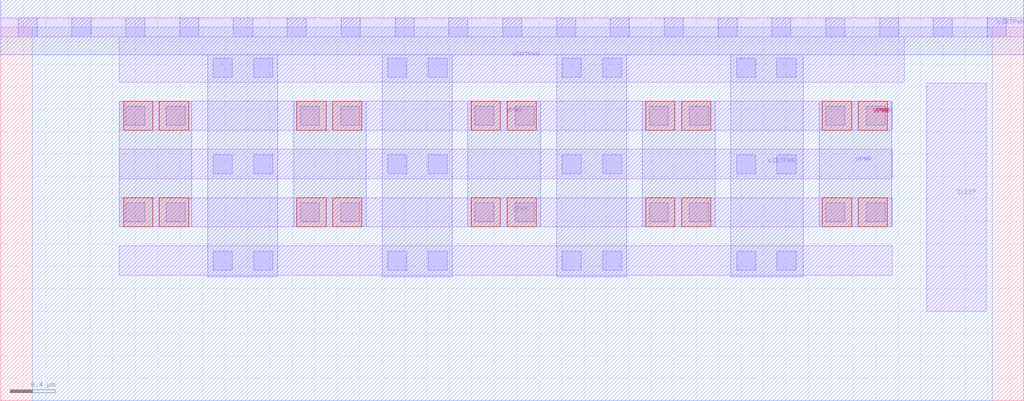
<source format=lef>
# Copyright 2020 The SkyWater PDK Authors
#
# Licensed under the Apache License, Version 2.0 (the "License");
# you may not use this file except in compliance with the License.
# You may obtain a copy of the License at
#
#     https://www.apache.org/licenses/LICENSE-2.0
#
# Unless required by applicable law or agreed to in writing, software
# distributed under the License is distributed on an "AS IS" BASIS,
# WITHOUT WARRANTIES OR CONDITIONS OF ANY KIND, either express or implied.
# See the License for the specific language governing permissions and
# limitations under the License.
#
# SPDX-License-Identifier: Apache-2.0

VERSION 5.7 ;
  NAMESCASESENSITIVE ON ;
  NOWIREEXTENSIONATPIN ON ;
  DIVIDERCHAR "/" ;
  BUSBITCHARS "[]" ;
UNITS
  DATABASE MICRONS 200 ;
END UNITS
MACRO sky130_fd_sc_lp__sleep_pargate_plv_28
  CLASS BLOCK ;
  FOREIGN sky130_fd_sc_lp__sleep_pargate_plv_28 ;
  ORIGIN  0.000000  0.000000 ;
  SIZE  9.120000 BY  3.330000 ;
  PIN SLEEP
    ANTENNAGATEAREA  4.200000 ;
    PORT
      LAYER li1 ;
        RECT 8.255000 0.800000 8.785000 2.830000 ;
    END
  END SLEEP
  PIN VIRTPWR
    ANTENNADIFFAREA  5.950000 ;
    PORT
      LAYER li1 ;
        RECT 0.000000 3.245000 9.120000 3.415000 ;
        RECT 1.055000 1.120000 7.950000 1.380000 ;
        RECT 1.055000 1.980000 7.950000 2.240000 ;
        RECT 1.055000 2.840000 8.055000 3.245000 ;
      LAYER mcon ;
        RECT 0.155000 3.245000 0.325000 3.415000 ;
        RECT 0.635000 3.245000 0.805000 3.415000 ;
        RECT 1.115000 3.245000 1.285000 3.415000 ;
        RECT 1.595000 3.245000 1.765000 3.415000 ;
        RECT 1.895000 1.165000 2.065000 1.335000 ;
        RECT 1.895000 2.025000 2.065000 2.195000 ;
        RECT 1.895000 2.885000 2.065000 3.055000 ;
        RECT 2.075000 3.245000 2.245000 3.415000 ;
        RECT 2.255000 1.165000 2.425000 1.335000 ;
        RECT 2.255000 2.025000 2.425000 2.195000 ;
        RECT 2.255000 2.885000 2.425000 3.055000 ;
        RECT 2.555000 3.245000 2.725000 3.415000 ;
        RECT 3.035000 3.245000 3.205000 3.415000 ;
        RECT 3.450000 1.165000 3.620000 1.335000 ;
        RECT 3.450000 2.025000 3.620000 2.195000 ;
        RECT 3.450000 2.885000 3.620000 3.055000 ;
        RECT 3.515000 3.245000 3.685000 3.415000 ;
        RECT 3.810000 1.165000 3.980000 1.335000 ;
        RECT 3.810000 2.025000 3.980000 2.195000 ;
        RECT 3.810000 2.885000 3.980000 3.055000 ;
        RECT 3.995000 3.245000 4.165000 3.415000 ;
        RECT 4.475000 3.245000 4.645000 3.415000 ;
        RECT 4.955000 3.245000 5.125000 3.415000 ;
        RECT 5.005000 1.165000 5.175000 1.335000 ;
        RECT 5.005000 2.025000 5.175000 2.195000 ;
        RECT 5.005000 2.885000 5.175000 3.055000 ;
        RECT 5.365000 1.165000 5.535000 1.335000 ;
        RECT 5.365000 2.025000 5.535000 2.195000 ;
        RECT 5.365000 2.885000 5.535000 3.055000 ;
        RECT 5.435000 3.245000 5.605000 3.415000 ;
        RECT 5.915000 3.245000 6.085000 3.415000 ;
        RECT 6.395000 3.245000 6.565000 3.415000 ;
        RECT 6.560000 1.165000 6.730000 1.335000 ;
        RECT 6.560000 2.025000 6.730000 2.195000 ;
        RECT 6.560000 2.885000 6.730000 3.055000 ;
        RECT 6.875000 3.245000 7.045000 3.415000 ;
        RECT 6.920000 1.165000 7.090000 1.335000 ;
        RECT 6.920000 2.025000 7.090000 2.195000 ;
        RECT 6.920000 2.885000 7.090000 3.055000 ;
        RECT 7.355000 3.245000 7.525000 3.415000 ;
        RECT 7.835000 3.245000 8.005000 3.415000 ;
        RECT 8.315000 3.245000 8.485000 3.415000 ;
        RECT 8.795000 3.245000 8.965000 3.415000 ;
      LAYER met1 ;
        RECT 0.000000 3.085000 9.120000 3.575000 ;
        RECT 1.845000 1.105000 2.470000 3.085000 ;
        RECT 3.400000 1.105000 4.025000 3.085000 ;
        RECT 4.955000 1.105000 5.580000 3.085000 ;
        RECT 6.510000 1.105000 7.155000 3.085000 ;
    END
  END VIRTPWR
  PIN VPWR
    USE POWER ;
    PORT
      LAYER li1 ;
        RECT 1.055000 1.550000 7.950000 1.810000 ;
        RECT 1.055000 2.410000 7.950000 2.670000 ;
      LAYER mcon ;
        RECT 1.115000 1.595000 1.285000 1.765000 ;
        RECT 1.115000 2.455000 1.285000 2.625000 ;
        RECT 1.475000 1.595000 1.645000 1.765000 ;
        RECT 1.475000 2.455000 1.645000 2.625000 ;
        RECT 2.670000 1.595000 2.840000 1.765000 ;
        RECT 2.670000 2.455000 2.840000 2.625000 ;
        RECT 3.030000 1.595000 3.200000 1.765000 ;
        RECT 3.030000 2.455000 3.200000 2.625000 ;
        RECT 4.225000 1.595000 4.395000 1.765000 ;
        RECT 4.225000 2.455000 4.395000 2.625000 ;
        RECT 4.585000 1.595000 4.755000 1.765000 ;
        RECT 4.585000 2.455000 4.755000 2.625000 ;
        RECT 5.780000 1.595000 5.950000 1.765000 ;
        RECT 5.780000 2.455000 5.950000 2.625000 ;
        RECT 6.140000 1.595000 6.310000 1.765000 ;
        RECT 6.140000 2.455000 6.310000 2.625000 ;
        RECT 7.355000 1.595000 7.525000 1.765000 ;
        RECT 7.355000 2.455000 7.525000 2.625000 ;
        RECT 7.715000 1.595000 7.885000 1.765000 ;
        RECT 7.715000 2.455000 7.885000 2.625000 ;
      LAYER met1 ;
        RECT 1.055000 1.550000 1.705000 2.670000 ;
        RECT 2.610000 1.550000 3.260000 2.670000 ;
        RECT 4.165000 1.550000 4.815000 2.670000 ;
        RECT 5.720000 1.550000 6.370000 2.670000 ;
        RECT 7.295000 1.550000 7.945000 2.670000 ;
      LAYER met2 ;
        RECT 0.280000 0.000000 8.840000 3.330000 ;
      LAYER via ;
        RECT 1.095000 1.550000 1.355000 1.810000 ;
        RECT 1.095000 2.410000 1.355000 2.670000 ;
        RECT 1.415000 1.550000 1.675000 1.810000 ;
        RECT 1.415000 2.410000 1.675000 2.670000 ;
        RECT 2.640000 1.550000 2.900000 1.810000 ;
        RECT 2.640000 2.410000 2.900000 2.670000 ;
        RECT 2.960000 1.550000 3.220000 1.810000 ;
        RECT 2.960000 2.410000 3.220000 2.670000 ;
        RECT 4.195000 1.550000 4.455000 1.810000 ;
        RECT 4.195000 2.410000 4.455000 2.670000 ;
        RECT 4.515000 1.550000 4.775000 1.810000 ;
        RECT 4.515000 2.410000 4.775000 2.670000 ;
        RECT 5.750000 1.550000 6.010000 1.810000 ;
        RECT 5.750000 2.410000 6.010000 2.670000 ;
        RECT 6.070000 1.550000 6.330000 1.810000 ;
        RECT 6.070000 2.410000 6.330000 2.670000 ;
        RECT 7.325000 1.550000 7.585000 1.810000 ;
        RECT 7.325000 2.410000 7.585000 2.670000 ;
        RECT 7.645000 1.550000 7.905000 1.810000 ;
        RECT 7.645000 2.410000 7.905000 2.670000 ;
    END
  END VPWR
END sky130_fd_sc_lp__sleep_pargate_plv_28

</source>
